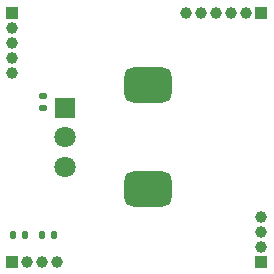
<source format=gbs>
%TF.GenerationSoftware,KiCad,Pcbnew,9.0.5-1.fc42*%
%TF.CreationDate,2025-12-03T05:54:04+01:00*%
%TF.ProjectId,Block-PotentiometerLinear,426c6f63-6b2d-4506-9f74-656e74696f6d,1*%
%TF.SameCoordinates,Original*%
%TF.FileFunction,Soldermask,Bot*%
%TF.FilePolarity,Negative*%
%FSLAX46Y46*%
G04 Gerber Fmt 4.6, Leading zero omitted, Abs format (unit mm)*
G04 Created by KiCad (PCBNEW 9.0.5-1.fc42) date 2025-12-03 05:54:04*
%MOMM*%
%LPD*%
G01*
G04 APERTURE LIST*
G04 Aperture macros list*
%AMRoundRect*
0 Rectangle with rounded corners*
0 $1 Rounding radius*
0 $2 $3 $4 $5 $6 $7 $8 $9 X,Y pos of 4 corners*
0 Add a 4 corners polygon primitive as box body*
4,1,4,$2,$3,$4,$5,$6,$7,$8,$9,$2,$3,0*
0 Add four circle primitives for the rounded corners*
1,1,$1+$1,$2,$3*
1,1,$1+$1,$4,$5*
1,1,$1+$1,$6,$7*
1,1,$1+$1,$8,$9*
0 Add four rect primitives between the rounded corners*
20,1,$1+$1,$2,$3,$4,$5,0*
20,1,$1+$1,$4,$5,$6,$7,0*
20,1,$1+$1,$6,$7,$8,$9,0*
20,1,$1+$1,$8,$9,$2,$3,0*%
G04 Aperture macros list end*
%ADD10R,1.800000X1.800000*%
%ADD11C,1.800000*%
%ADD12RoundRect,0.750000X-1.250000X-0.750000X1.250000X-0.750000X1.250000X0.750000X-1.250000X0.750000X0*%
%ADD13R,1.000000X1.000000*%
%ADD14C,1.000000*%
%ADD15RoundRect,0.135000X0.135000X0.185000X-0.135000X0.185000X-0.135000X-0.185000X0.135000X-0.185000X0*%
%ADD16RoundRect,0.135000X-0.185000X0.135000X-0.185000X-0.135000X0.185000X-0.135000X0.185000X0.135000X0*%
G04 APERTURE END LIST*
D10*
%TO.C,RV1*%
X133015000Y-111165000D03*
D11*
X133015000Y-113665000D03*
X133015000Y-116165000D03*
D12*
X140015000Y-109265000D03*
X140015000Y-118065000D03*
%TD*%
D13*
%TO.C,J4*%
X128525000Y-124205000D03*
D14*
X129795000Y-124205000D03*
X131065000Y-124205000D03*
X132335000Y-124205000D03*
%TD*%
D15*
%TO.C,R3*%
X132080000Y-121920000D03*
X131060000Y-121920000D03*
%TD*%
D16*
%TO.C,R1*%
X131140200Y-110145000D03*
X131140200Y-111165000D03*
%TD*%
D15*
%TO.C,R4*%
X129565400Y-121920000D03*
X128545400Y-121920000D03*
%TD*%
D13*
%TO.C,J2*%
X149605000Y-124205000D03*
D14*
X149605000Y-122935000D03*
X149605000Y-121665000D03*
X149605000Y-120395000D03*
%TD*%
D13*
%TO.C,J1*%
X128525000Y-103125000D03*
D14*
X128525000Y-104395000D03*
X128525000Y-105665000D03*
X128525000Y-106935000D03*
X128525000Y-108205000D03*
%TD*%
D13*
%TO.C,J3*%
X149605000Y-103125000D03*
D14*
X148335000Y-103125000D03*
X147065000Y-103125000D03*
X145795000Y-103125000D03*
X144525000Y-103125000D03*
X143255000Y-103125000D03*
%TD*%
M02*

</source>
